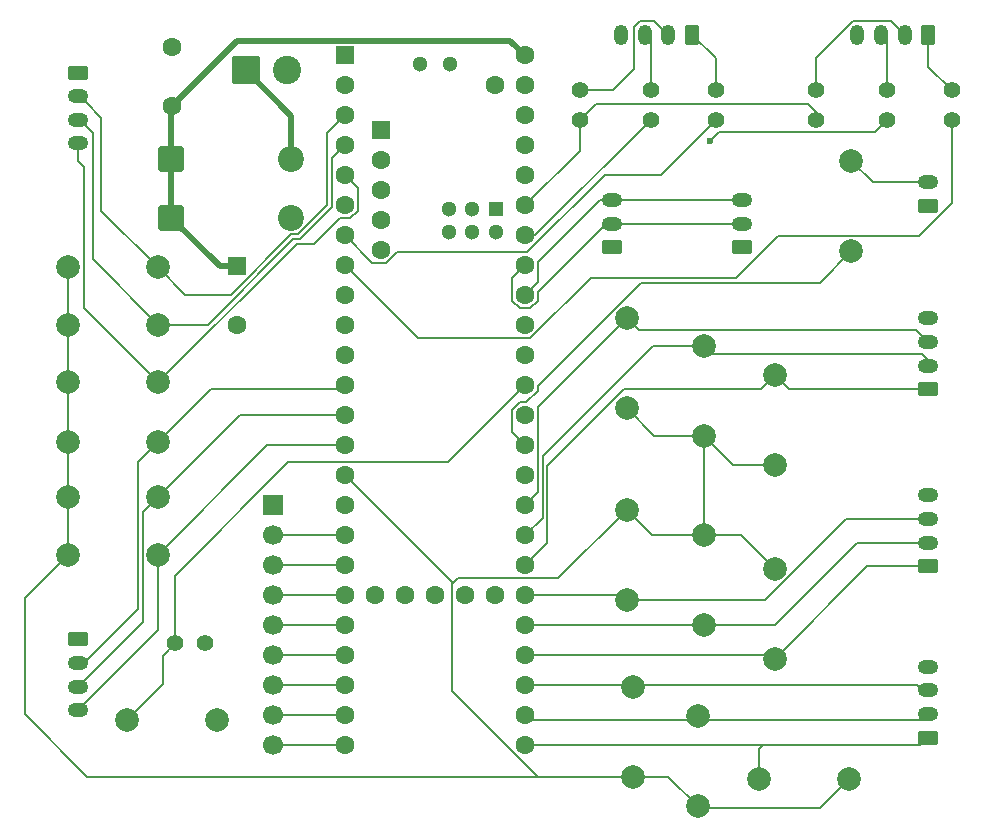
<source format=gbr>
%TF.GenerationSoftware,KiCad,Pcbnew,9.0.7*%
%TF.CreationDate,2026-01-19T21:28:55-05:00*%
%TF.ProjectId,param-eq,70617261-6d2d-4657-912e-6b696361645f,rev?*%
%TF.SameCoordinates,Original*%
%TF.FileFunction,Copper,L1,Top*%
%TF.FilePolarity,Positive*%
%FSLAX46Y46*%
G04 Gerber Fmt 4.6, Leading zero omitted, Abs format (unit mm)*
G04 Created by KiCad (PCBNEW 9.0.7) date 2026-01-19 21:28:55*
%MOMM*%
%LPD*%
G01*
G04 APERTURE LIST*
G04 Aperture macros list*
%AMRoundRect*
0 Rectangle with rounded corners*
0 $1 Rounding radius*
0 $2 $3 $4 $5 $6 $7 $8 $9 X,Y pos of 4 corners*
0 Add a 4 corners polygon primitive as box body*
4,1,4,$2,$3,$4,$5,$6,$7,$8,$9,$2,$3,0*
0 Add four circle primitives for the rounded corners*
1,1,$1+$1,$2,$3*
1,1,$1+$1,$4,$5*
1,1,$1+$1,$6,$7*
1,1,$1+$1,$8,$9*
0 Add four rect primitives between the rounded corners*
20,1,$1+$1,$2,$3,$4,$5,0*
20,1,$1+$1,$4,$5,$6,$7,0*
20,1,$1+$1,$6,$7,$8,$9,0*
20,1,$1+$1,$8,$9,$2,$3,0*%
G04 Aperture macros list end*
%TA.AperFunction,ComponentPad*%
%ADD10C,1.400000*%
%TD*%
%TA.AperFunction,ComponentPad*%
%ADD11RoundRect,0.250001X-0.949999X-0.949999X0.949999X-0.949999X0.949999X0.949999X-0.949999X0.949999X0*%
%TD*%
%TA.AperFunction,ComponentPad*%
%ADD12C,2.400000*%
%TD*%
%TA.AperFunction,ComponentPad*%
%ADD13RoundRect,0.250000X-0.625000X0.350000X-0.625000X-0.350000X0.625000X-0.350000X0.625000X0.350000X0*%
%TD*%
%TA.AperFunction,ComponentPad*%
%ADD14O,1.750000X1.200000*%
%TD*%
%TA.AperFunction,ComponentPad*%
%ADD15C,2.000000*%
%TD*%
%TA.AperFunction,ComponentPad*%
%ADD16RoundRect,0.250000X0.625000X-0.350000X0.625000X0.350000X-0.625000X0.350000X-0.625000X-0.350000X0*%
%TD*%
%TA.AperFunction,ComponentPad*%
%ADD17RoundRect,0.250000X0.350000X0.625000X-0.350000X0.625000X-0.350000X-0.625000X0.350000X-0.625000X0*%
%TD*%
%TA.AperFunction,ComponentPad*%
%ADD18O,1.200000X1.750000*%
%TD*%
%TA.AperFunction,ComponentPad*%
%ADD19RoundRect,0.249999X-0.850001X-0.850001X0.850001X-0.850001X0.850001X0.850001X-0.850001X0.850001X0*%
%TD*%
%TA.AperFunction,ComponentPad*%
%ADD20C,2.200000*%
%TD*%
%TA.AperFunction,ComponentPad*%
%ADD21RoundRect,0.250000X-0.550000X0.550000X-0.550000X-0.550000X0.550000X-0.550000X0.550000X0.550000X0*%
%TD*%
%TA.AperFunction,ComponentPad*%
%ADD22C,1.600000*%
%TD*%
%TA.AperFunction,ComponentPad*%
%ADD23R,1.600000X1.600000*%
%TD*%
%TA.AperFunction,ComponentPad*%
%ADD24R,1.300000X1.300000*%
%TD*%
%TA.AperFunction,ComponentPad*%
%ADD25C,1.300000*%
%TD*%
%TA.AperFunction,ComponentPad*%
%ADD26R,1.700000X1.700000*%
%TD*%
%TA.AperFunction,ComponentPad*%
%ADD27C,1.700000*%
%TD*%
%TA.AperFunction,ViaPad*%
%ADD28C,0.600000*%
%TD*%
%TA.AperFunction,Conductor*%
%ADD29C,0.500000*%
%TD*%
%TA.AperFunction,Conductor*%
%ADD30C,0.200000*%
%TD*%
G04 APERTURE END LIST*
D10*
%TO.P,R2,1*%
%TO.N,Net-(U1-20_A6_TX5_LRCLK1)*%
X169500000Y-58720000D03*
%TO.P,R2,2*%
%TO.N,/LRCLK_I*%
X169500000Y-56180000D03*
%TD*%
D11*
%TO.P,J1,1,Pin_1*%
%TO.N,/+5V*%
X115250000Y-54500000D03*
D12*
%TO.P,J1,2,Pin_2*%
%TO.N,GND*%
X118750000Y-54500000D03*
%TD*%
D13*
%TO.P,J8,1,Pin_1*%
%TO.N,GND*%
X101000000Y-102690000D03*
D14*
%TO.P,J8,2,Pin_2*%
%TO.N,/SPBTN*%
X101000000Y-104690000D03*
%TO.P,J8,3,Pin_3*%
%TO.N,/SP_A*%
X101000000Y-106690000D03*
%TO.P,J8,4,Pin_4*%
%TO.N,/SP_B*%
X101000000Y-108690000D03*
%TD*%
D15*
%TO.P,R19,1*%
%TO.N,/QBTN*%
X147500000Y-75500000D03*
%TO.P,R19,2*%
%TO.N,+3.3V*%
X147500000Y-83120000D03*
%TD*%
D16*
%TO.P,J9,1,Pin_1*%
%TO.N,GND*%
X173000000Y-66000000D03*
D14*
%TO.P,J9,2,Pin_2*%
%TO.N,/CLIP*%
X173000000Y-64000000D03*
%TD*%
D17*
%TO.P,J2,1,Pin_1*%
%TO.N,/DATA_I*%
X173000000Y-51500000D03*
D18*
%TO.P,J2,2,Pin_2*%
%TO.N,/BCLK_I*%
X171000000Y-51500000D03*
%TO.P,J2,3,Pin_3*%
%TO.N,/LRCLK_I*%
X169000000Y-51500000D03*
%TO.P,J2,4,Pin_4*%
%TO.N,GND*%
X167000000Y-51500000D03*
%TD*%
D15*
%TO.P,R17,1*%
%TO.N,/FG_A*%
X154000000Y-101430000D03*
%TO.P,R17,2*%
%TO.N,+3.3V*%
X154000000Y-93810000D03*
%TD*%
%TO.P,R18,1*%
%TO.N,/Q_B*%
X160000000Y-80310000D03*
%TO.P,R18,2*%
%TO.N,+3.3V*%
X160000000Y-87930000D03*
%TD*%
D19*
%TO.P,D2,1,K*%
%TO.N,Net-(D1-K)*%
X108920000Y-67000000D03*
D20*
%TO.P,D2,2,A*%
%TO.N,GND*%
X119080000Y-67000000D03*
%TD*%
D21*
%TO.P,C2,1*%
%TO.N,Net-(D1-K)*%
X114500000Y-71097349D03*
D22*
%TO.P,C2,2*%
%TO.N,GND*%
X114500000Y-76097349D03*
%TD*%
D15*
%TO.P,R20,1*%
%TO.N,/FC_A*%
X153500000Y-109190000D03*
%TO.P,R20,2*%
%TO.N,+3.3V*%
X153500000Y-116810000D03*
%TD*%
D16*
%TO.P,J13,1,Pin_1*%
%TO.N,/FC_B*%
X173000000Y-111000000D03*
D14*
%TO.P,J13,2,Pin_2*%
%TO.N,/FC_A*%
X173000000Y-109000000D03*
%TO.P,J13,3,Pin_3*%
%TO.N,/FCBTN*%
X173000000Y-107000000D03*
%TO.P,J13,4,Pin_4*%
%TO.N,GND*%
X173000000Y-105000000D03*
%TD*%
D23*
%TO.P,U1,1,GND*%
%TO.N,GND*%
X123620000Y-53240000D03*
D22*
%TO.P,U1,2,0_RX1_CRX2_CS1*%
%TO.N,unconnected-(U1-0_RX1_CRX2_CS1-Pad2)*%
X123620000Y-55780000D03*
%TO.P,U1,3,1_TX1_CTX2_MISO1*%
%TO.N,/MGBTN*%
X123620000Y-58320000D03*
%TO.P,U1,4,2_OUT2*%
%TO.N,/MG_A*%
X123620000Y-60860000D03*
%TO.P,U1,5,3_LRCLK2*%
%TO.N,/MG_B*%
X123620000Y-63400000D03*
%TO.P,U1,6,4_BCLK2*%
%TO.N,unconnected-(U1-4_BCLK2-Pad6)*%
X123620000Y-65940000D03*
%TO.P,U1,7,5_IN2*%
%TO.N,Net-(U1-5_IN2)*%
X123620000Y-68480000D03*
%TO.P,U1,8,6_OUT1D*%
%TO.N,Net-(U1-6_OUT1D)*%
X123620000Y-71020000D03*
%TO.P,U1,9,7_RX2_OUT1A*%
%TO.N,unconnected-(U1-7_RX2_OUT1A-Pad9)*%
X123620000Y-73560000D03*
%TO.P,U1,10,8_TX2_IN1*%
%TO.N,unconnected-(U1-8_TX2_IN1-Pad10)*%
X123620000Y-76100000D03*
%TO.P,U1,11,9_OUT1C*%
%TO.N,unconnected-(U1-9_OUT1C-Pad11)*%
X123620000Y-78640000D03*
%TO.P,U1,12,10_CS_MQSR*%
%TO.N,/SPBTN*%
X123620000Y-81180000D03*
%TO.P,U1,13,11_MOSI_CTX1*%
%TO.N,/SP_A*%
X123620000Y-83720000D03*
%TO.P,U1,14,12_MISO_MQSL*%
%TO.N,/SP_B*%
X123620000Y-86260000D03*
%TO.P,U1,15,3V3*%
%TO.N,+3.3V*%
X123620000Y-88800000D03*
%TO.P,U1,16,24_A10_TX6_SCL2*%
%TO.N,unconnected-(U1-24_A10_TX6_SCL2-Pad16)*%
X123620000Y-91340000D03*
%TO.P,U1,17,25_A11_RX6_SDA2*%
%TO.N,/GPIO1*%
X123620000Y-93880000D03*
%TO.P,U1,18,26_A12_MOSI1*%
%TO.N,/GPIO2*%
X123620000Y-96420000D03*
%TO.P,U1,19,27_A13_SCK1*%
%TO.N,/GPIO3*%
X123620000Y-98960000D03*
%TO.P,U1,20,28_RX7*%
%TO.N,/GPIO4*%
X123620000Y-101500000D03*
%TO.P,U1,21,29_TX7*%
%TO.N,/GPIO5*%
X123620000Y-104040000D03*
%TO.P,U1,22,30_CRX3*%
%TO.N,/GPIO6*%
X123620000Y-106580000D03*
%TO.P,U1,23,31_CTX3*%
%TO.N,/GPIO7*%
X123620000Y-109120000D03*
%TO.P,U1,24,32_OUT1B*%
%TO.N,/GPIO8*%
X123620000Y-111660000D03*
%TO.P,U1,25,33_MCLK2*%
%TO.N,/FC_B*%
X138860000Y-111660000D03*
%TO.P,U1,26,34_RX8*%
%TO.N,/FC_A*%
X138860000Y-109120000D03*
%TO.P,U1,27,35_TX8*%
%TO.N,/FCBTN*%
X138860000Y-106580000D03*
%TO.P,U1,28,36_CS*%
%TO.N,/FG*%
X138860000Y-104040000D03*
%TO.P,U1,29,37_CS*%
%TO.N,/FG_A*%
X138860000Y-101500000D03*
%TO.P,U1,30,38_CS1_IN1*%
%TO.N,/FGBTN*%
X138860000Y-98960000D03*
%TO.P,U1,31,39_MISO1_OUT1A*%
%TO.N,/Q_B*%
X138860000Y-96420000D03*
%TO.P,U1,32,40_A16*%
%TO.N,/Q_A*%
X138860000Y-93880000D03*
%TO.P,U1,33,41_A17*%
%TO.N,/QBTN*%
X138860000Y-91340000D03*
%TO.P,U1,34,GND*%
%TO.N,GND*%
X138860000Y-88800000D03*
%TO.P,U1,35,13_SCK_LED*%
%TO.N,Net-(U1-13_SCK_LED)*%
X138860000Y-86260000D03*
%TO.P,U1,36,14_A0_TX3_SPDIF_OUT*%
%TO.N,unconnected-(U1-14_A0_TX3_SPDIF_OUT-Pad36)*%
X138860000Y-83720000D03*
%TO.P,U1,37,15_A1_RX3_SPDIF_IN*%
%TO.N,Net-(J7-In)*%
X138860000Y-81180000D03*
%TO.P,U1,38,16_A2_RX4_SCL1*%
%TO.N,unconnected-(U1-16_A2_RX4_SCL1-Pad38)*%
X138860000Y-78640000D03*
%TO.P,U1,39,17_A3_TX4_SDA1*%
%TO.N,unconnected-(U1-17_A3_TX4_SDA1-Pad39)*%
X138860000Y-76100000D03*
%TO.P,U1,40,18_A4_SDA*%
%TO.N,/SDA*%
X138860000Y-73560000D03*
%TO.P,U1,41,19_A5_SCL*%
%TO.N,/SCL*%
X138860000Y-71020000D03*
%TO.P,U1,42,20_A6_TX5_LRCLK1*%
%TO.N,Net-(U1-20_A6_TX5_LRCLK1)*%
X138860000Y-68480000D03*
%TO.P,U1,43,21_A7_RX5_BCLK1*%
%TO.N,Net-(U1-21_A7_RX5_BCLK1)*%
X138860000Y-65940000D03*
%TO.P,U1,44,22_A8_CTX1*%
%TO.N,unconnected-(U1-22_A8_CTX1-Pad44)*%
X138860000Y-63400000D03*
%TO.P,U1,45,23_A9_CRX1_MCLK1*%
%TO.N,unconnected-(U1-23_A9_CRX1_MCLK1-Pad45)*%
X138860000Y-60860000D03*
%TO.P,U1,46,3V3*%
%TO.N,unconnected-(U1-3V3-Pad46)*%
X138860000Y-58320000D03*
%TO.P,U1,47,GND*%
%TO.N,GND*%
X138860000Y-55780000D03*
%TO.P,U1,48,VIN*%
%TO.N,Net-(D1-K)*%
X138860000Y-53240000D03*
%TO.P,U1,49,VUSB*%
%TO.N,unconnected-(U1-VUSB-Pad49)*%
X136320000Y-55780000D03*
%TO.P,U1,50,VBAT*%
%TO.N,unconnected-(U1-VBAT-Pad50)*%
X126160000Y-98960000D03*
%TO.P,U1,51,3V3*%
%TO.N,unconnected-(U1-3V3-Pad51)*%
X128700000Y-98960000D03*
%TO.P,U1,52,GND*%
%TO.N,unconnected-(U1-GND-Pad52)*%
X131240000Y-98960000D03*
%TO.P,U1,53,PROGRAM*%
%TO.N,unconnected-(U1-PROGRAM-Pad53)*%
X133780000Y-98960000D03*
%TO.P,U1,54,ON_OFF*%
%TO.N,unconnected-(U1-ON_OFF-Pad54)*%
X136320000Y-98960000D03*
D23*
%TO.P,U1,55,5V*%
%TO.N,unconnected-(U1-5V-Pad55)*%
X126670800Y-59539200D03*
D22*
%TO.P,U1,56,D-*%
%TO.N,unconnected-(U1-D--Pad56)*%
X126670800Y-62079200D03*
%TO.P,U1,57,D+*%
%TO.N,unconnected-(U1-D+-Pad57)*%
X126670800Y-64619200D03*
%TO.P,U1,58,GND*%
%TO.N,unconnected-(U1-GND-Pad58)*%
X126670800Y-67159200D03*
%TO.P,U1,59,GND*%
%TO.N,unconnected-(U1-GND-Pad59)*%
X126670800Y-69699200D03*
D24*
%TO.P,U1,60,R+*%
%TO.N,unconnected-(U1-R+-Pad60)*%
X136421600Y-66210000D03*
D25*
%TO.P,U1,61,LED*%
%TO.N,unconnected-(U1-LED-Pad61)*%
X134421600Y-66210000D03*
%TO.P,U1,62,T-*%
%TO.N,unconnected-(U1-T--Pad62)*%
X132421600Y-66210000D03*
%TO.P,U1,63,T+*%
%TO.N,unconnected-(U1-T+-Pad63)*%
X132421600Y-68210000D03*
%TO.P,U1,64,GND*%
%TO.N,unconnected-(U1-GND-Pad64)*%
X134421600Y-68210000D03*
%TO.P,U1,65,R-*%
%TO.N,unconnected-(U1-R--Pad65)*%
X136421600Y-68210000D03*
%TO.P,U1,66,D-*%
%TO.N,unconnected-(U1-D--Pad66)*%
X132510000Y-53970000D03*
%TO.P,U1,67,D+*%
%TO.N,unconnected-(U1-D+-Pad67)*%
X129970000Y-53970000D03*
%TD*%
D15*
%TO.P,R10,1*%
%TO.N,Net-(J7-In)*%
X105190000Y-109500000D03*
%TO.P,R10,2*%
%TO.N,GND*%
X112810000Y-109500000D03*
%TD*%
%TO.P,R13,1*%
%TO.N,+3.3V*%
X100190000Y-86000000D03*
%TO.P,R13,2*%
%TO.N,/SPBTN*%
X107810000Y-86000000D03*
%TD*%
D10*
%TO.P,R3,1*%
%TO.N,Net-(U1-6_OUT1D)*%
X175000000Y-58720000D03*
%TO.P,R3,2*%
%TO.N,/DATA_I*%
X175000000Y-56180000D03*
%TD*%
D15*
%TO.P,R14,1*%
%TO.N,Net-(U1-13_SCK_LED)*%
X166500000Y-69810000D03*
%TO.P,R14,2*%
%TO.N,/CLIP*%
X166500000Y-62190000D03*
%TD*%
D16*
%TO.P,J10,1,Pin_1*%
%TO.N,/Q_B*%
X173000000Y-81500000D03*
D14*
%TO.P,J10,2,Pin_2*%
%TO.N,/Q_A*%
X173000000Y-79500000D03*
%TO.P,J10,3,Pin_3*%
%TO.N,/QBTN*%
X173000000Y-77500000D03*
%TO.P,J10,4,Pin_4*%
%TO.N,GND*%
X173000000Y-75500000D03*
%TD*%
D10*
%TO.P,J7,1,In*%
%TO.N,Net-(J7-In)*%
X109250000Y-103000000D03*
%TO.P,J7,2,Ext*%
%TO.N,GND*%
X111790000Y-103000000D03*
%TD*%
D15*
%TO.P,R11,1*%
%TO.N,+3.3V*%
X100190000Y-95500000D03*
%TO.P,R11,2*%
%TO.N,/SP_B*%
X107810000Y-95500000D03*
%TD*%
%TO.P,R15,1*%
%TO.N,/FC_B*%
X158690000Y-114500000D03*
%TO.P,R15,2*%
%TO.N,+3.3V*%
X166310000Y-114500000D03*
%TD*%
D13*
%TO.P,J3,1,Pin_1*%
%TO.N,GND*%
X101000000Y-54690000D03*
D14*
%TO.P,J3,2,Pin_2*%
%TO.N,/MGBTN*%
X101000000Y-56690000D03*
%TO.P,J3,3,Pin_3*%
%TO.N,/MG_A*%
X101000000Y-58690000D03*
%TO.P,J3,4,Pin_4*%
%TO.N,/MG_B*%
X101000000Y-60690000D03*
%TD*%
D22*
%TO.P,C1,1*%
%TO.N,Net-(D1-K)*%
X109000000Y-57500000D03*
%TO.P,C1,2*%
%TO.N,GND*%
X109000000Y-52500000D03*
%TD*%
D10*
%TO.P,R4,1*%
%TO.N,Net-(U1-21_A7_RX5_BCLK1)*%
X143500000Y-58720000D03*
%TO.P,R4,2*%
%TO.N,/BCLK_O*%
X143500000Y-56180000D03*
%TD*%
D15*
%TO.P,R12,1*%
%TO.N,+3.3V*%
X100190000Y-90638000D03*
%TO.P,R12,2*%
%TO.N,/SP_A*%
X107810000Y-90638000D03*
%TD*%
D16*
%TO.P,J6,1,Pin_1*%
%TO.N,GND*%
X157200000Y-69500000D03*
D14*
%TO.P,J6,2,Pin_2*%
%TO.N,/SCL*%
X157200000Y-67500000D03*
%TO.P,J6,3,Pin_3*%
%TO.N,/SDA*%
X157200000Y-65500000D03*
%TD*%
D15*
%TO.P,R6,1*%
%TO.N,/MGBTN*%
X107810000Y-71190000D03*
%TO.P,R6,2*%
%TO.N,+3.3V*%
X100190000Y-71190000D03*
%TD*%
D16*
%TO.P,J12,1,Pin_1*%
%TO.N,/FG*%
X173000000Y-96500000D03*
D14*
%TO.P,J12,2,Pin_2*%
%TO.N,/FG_A*%
X173000000Y-94500000D03*
%TO.P,J12,3,Pin_3*%
%TO.N,/FGBTN*%
X173000000Y-92500000D03*
%TO.P,J12,4,Pin_4*%
%TO.N,GND*%
X173000000Y-90500000D03*
%TD*%
D19*
%TO.P,D1,1,K*%
%TO.N,Net-(D1-K)*%
X108920000Y-62000000D03*
D20*
%TO.P,D1,2,A*%
%TO.N,/+5V*%
X119080000Y-62000000D03*
%TD*%
D15*
%TO.P,R16,1*%
%TO.N,/FCBTN*%
X148000000Y-106690000D03*
%TO.P,R16,2*%
%TO.N,+3.3V*%
X148000000Y-114310000D03*
%TD*%
%TO.P,R8,1*%
%TO.N,/MG_B*%
X107810000Y-80914000D03*
%TO.P,R8,2*%
%TO.N,+3.3V*%
X100190000Y-80914000D03*
%TD*%
D10*
%TO.P,R5,1*%
%TO.N,Net-(U1-20_A6_TX5_LRCLK1)*%
X149500000Y-58720000D03*
%TO.P,R5,2*%
%TO.N,/LRCLK_O*%
X149500000Y-56180000D03*
%TD*%
D26*
%TO.P,J11,1,Pin_1*%
%TO.N,GND*%
X117500000Y-91340000D03*
D27*
%TO.P,J11,2,Pin_2*%
%TO.N,/GPIO1*%
X117500000Y-93880000D03*
%TO.P,J11,3,Pin_3*%
%TO.N,/GPIO2*%
X117500000Y-96420000D03*
%TO.P,J11,4,Pin_4*%
%TO.N,/GPIO3*%
X117500000Y-98960000D03*
%TO.P,J11,5,Pin_5*%
%TO.N,/GPIO4*%
X117500000Y-101500000D03*
%TO.P,J11,6,Pin_6*%
%TO.N,/GPIO5*%
X117500000Y-104040000D03*
%TO.P,J11,7,Pin_7*%
%TO.N,/GPIO6*%
X117500000Y-106580000D03*
%TO.P,J11,8,Pin_8*%
%TO.N,/GPIO7*%
X117500000Y-109120000D03*
%TO.P,J11,9,Pin_9*%
%TO.N,/GPIO8*%
X117500000Y-111660000D03*
%TD*%
D17*
%TO.P,J4,1,Pin_1*%
%TO.N,/DATA_O*%
X153000000Y-51500000D03*
D18*
%TO.P,J4,2,Pin_2*%
%TO.N,/BCLK_O*%
X151000000Y-51500000D03*
%TO.P,J4,3,Pin_3*%
%TO.N,/LRCLK_O*%
X149000000Y-51500000D03*
%TO.P,J4,4,Pin_4*%
%TO.N,GND*%
X147000000Y-51500000D03*
%TD*%
D15*
%TO.P,R22,1*%
%TO.N,/FGBTN*%
X147500000Y-99310000D03*
%TO.P,R22,2*%
%TO.N,+3.3V*%
X147500000Y-91690000D03*
%TD*%
D10*
%TO.P,R9,1*%
%TO.N,Net-(U1-5_IN2)*%
X155000000Y-58720000D03*
%TO.P,R9,2*%
%TO.N,/DATA_O*%
X155000000Y-56180000D03*
%TD*%
%TO.P,R1,1*%
%TO.N,Net-(U1-21_A7_RX5_BCLK1)*%
X163500000Y-58720000D03*
%TO.P,R1,2*%
%TO.N,/BCLK_I*%
X163500000Y-56180000D03*
%TD*%
D16*
%TO.P,J5,1,Pin_1*%
%TO.N,GND*%
X146200000Y-69500000D03*
D14*
%TO.P,J5,2,Pin_2*%
%TO.N,/SCL*%
X146200000Y-67500000D03*
%TO.P,J5,3,Pin_3*%
%TO.N,/SDA*%
X146200000Y-65500000D03*
%TD*%
D15*
%TO.P,R23,1*%
%TO.N,/Q_A*%
X154000000Y-77810000D03*
%TO.P,R23,2*%
%TO.N,+3.3V*%
X154000000Y-85430000D03*
%TD*%
%TO.P,R7,1*%
%TO.N,/MG_A*%
X107810000Y-76052000D03*
%TO.P,R7,2*%
%TO.N,+3.3V*%
X100190000Y-76052000D03*
%TD*%
%TO.P,R21,1*%
%TO.N,/FG*%
X160000000Y-104310000D03*
%TO.P,R21,2*%
%TO.N,+3.3V*%
X160000000Y-96690000D03*
%TD*%
D28*
%TO.N,Net-(U1-20_A6_TX5_LRCLK1)*%
X154500000Y-60500000D03*
%TD*%
D29*
%TO.N,/+5V*%
X119080000Y-58330000D02*
X115250000Y-54500000D01*
X119080000Y-62000000D02*
X119080000Y-58330000D01*
%TO.N,Net-(D1-K)*%
X114511000Y-51989000D02*
X137609000Y-51989000D01*
X137609000Y-51989000D02*
X138860000Y-53240000D01*
X108920000Y-57580000D02*
X109000000Y-57500000D01*
X108920000Y-62000000D02*
X108920000Y-57580000D01*
X109000000Y-57500000D02*
X114511000Y-51989000D01*
X113017349Y-71097349D02*
X108920000Y-67000000D01*
X108920000Y-67000000D02*
X108920000Y-62000000D01*
X114500000Y-71097349D02*
X113017349Y-71097349D01*
D30*
%TO.N,+3.3V*%
X153500000Y-116810000D02*
X153690000Y-117000000D01*
X132679000Y-107036050D02*
X139952950Y-114310000D01*
X96500000Y-99190000D02*
X96500000Y-109000000D01*
X157120000Y-93810000D02*
X154000000Y-93810000D01*
X154000000Y-85430000D02*
X156500000Y-87930000D01*
X163810000Y-117000000D02*
X166310000Y-114500000D01*
X132679000Y-98000000D02*
X132679000Y-107036050D01*
X154000000Y-85430000D02*
X154000000Y-93810000D01*
X148000000Y-114310000D02*
X151000000Y-114310000D01*
X151000000Y-114310000D02*
X153500000Y-116810000D01*
X132679000Y-97859000D02*
X132679000Y-98000000D01*
X100190000Y-95500000D02*
X96500000Y-99190000D01*
X139952950Y-114310000D02*
X148000000Y-114310000D01*
X149810000Y-85430000D02*
X147500000Y-83120000D01*
X154000000Y-85430000D02*
X149810000Y-85430000D01*
X133158000Y-97521000D02*
X132679000Y-98000000D01*
X156500000Y-87930000D02*
X160000000Y-87930000D01*
X101810000Y-114310000D02*
X139952950Y-114310000D01*
X141669000Y-97521000D02*
X133158000Y-97521000D01*
X123620000Y-88800000D02*
X132679000Y-97859000D01*
X160000000Y-96690000D02*
X157120000Y-93810000D01*
X100190000Y-71190000D02*
X100190000Y-95500000D01*
X153690000Y-117000000D02*
X163810000Y-117000000D01*
X149620000Y-93810000D02*
X154000000Y-93810000D01*
X147500000Y-91690000D02*
X149620000Y-93810000D01*
X96500000Y-109000000D02*
X101810000Y-114310000D01*
X147500000Y-91690000D02*
X141669000Y-97521000D01*
%TO.N,/SP_B*%
X101000000Y-108690000D02*
X107810000Y-101880000D01*
X117050000Y-86260000D02*
X123620000Y-86260000D01*
X107810000Y-95500000D02*
X117050000Y-86260000D01*
X107810000Y-101880000D02*
X107810000Y-95500000D01*
%TO.N,/SP_A*%
X107810000Y-90638000D02*
X114728000Y-83720000D01*
X114728000Y-83720000D02*
X123620000Y-83720000D01*
X106509000Y-101181000D02*
X106509000Y-91939000D01*
X106509000Y-91939000D02*
X107810000Y-90638000D01*
X101000000Y-106690000D02*
X106509000Y-101181000D01*
%TO.N,/SPBTN*%
X123300000Y-81500000D02*
X123620000Y-81180000D01*
X106108000Y-100082000D02*
X106108000Y-87702000D01*
X101000000Y-105190000D02*
X106108000Y-100082000D01*
X112310000Y-81500000D02*
X123300000Y-81500000D01*
X106108000Y-87702000D02*
X107810000Y-86000000D01*
X107810000Y-86000000D02*
X112310000Y-81500000D01*
%TO.N,/Q_B*%
X140763000Y-88017108D02*
X140763000Y-94517000D01*
X140763000Y-94517000D02*
X138860000Y-96420000D01*
X161190000Y-81500000D02*
X173000000Y-81500000D01*
X158810000Y-81500000D02*
X147280108Y-81500000D01*
X147280108Y-81500000D02*
X140763000Y-88017108D01*
X160000000Y-80310000D02*
X161190000Y-81500000D01*
X160000000Y-80310000D02*
X158810000Y-81500000D01*
%TO.N,Net-(U1-13_SCK_LED)*%
X138403950Y-82619000D02*
X138978050Y-82619000D01*
X138860000Y-86260000D02*
X137759000Y-85159000D01*
X137759000Y-83263950D02*
X138403950Y-82619000D01*
X148660108Y-72500000D02*
X163810000Y-72500000D01*
X139961000Y-81199108D02*
X148660108Y-72500000D01*
X137759000Y-85159000D02*
X137759000Y-83263950D01*
X163810000Y-72500000D02*
X166500000Y-69810000D01*
X138978050Y-82619000D02*
X139961000Y-81636050D01*
X139961000Y-81636050D02*
X139961000Y-81199108D01*
%TO.N,/CLIP*%
X172500000Y-64000000D02*
X168310000Y-64000000D01*
X168310000Y-64000000D02*
X166500000Y-62190000D01*
%TO.N,/FC_B*%
X158690000Y-111970000D02*
X159000000Y-111660000D01*
X138860000Y-111660000D02*
X159000000Y-111660000D01*
X159000000Y-111660000D02*
X172340000Y-111660000D01*
X172340000Y-111660000D02*
X173000000Y-111000000D01*
X158690000Y-114500000D02*
X158690000Y-111970000D01*
%TO.N,/FC_A*%
X172500000Y-109500000D02*
X173000000Y-109000000D01*
X139240000Y-109500000D02*
X172500000Y-109500000D01*
X138860000Y-109120000D02*
X139240000Y-109500000D01*
%TO.N,/FCBTN*%
X172080000Y-106580000D02*
X173000000Y-107500000D01*
X138860000Y-106580000D02*
X172080000Y-106580000D01*
%TO.N,/FG*%
X138860000Y-104040000D02*
X159730000Y-104040000D01*
X160000000Y-104310000D02*
X167810000Y-96500000D01*
X159730000Y-104040000D02*
X160000000Y-104310000D01*
X167810000Y-96500000D02*
X173000000Y-96500000D01*
%TO.N,/FG_A*%
X138860000Y-101500000D02*
X153930000Y-101500000D01*
X167000000Y-94500000D02*
X172500000Y-94500000D01*
X154000000Y-101430000D02*
X160070000Y-101430000D01*
X160070000Y-101430000D02*
X167000000Y-94500000D01*
X172500000Y-94500000D02*
X173000000Y-94000000D01*
X153930000Y-101500000D02*
X154000000Y-101430000D01*
%TO.N,/FGBTN*%
X166029892Y-92500000D02*
X173000000Y-92500000D01*
X147500000Y-99310000D02*
X159219892Y-99310000D01*
X159219892Y-99310000D02*
X166029892Y-92500000D01*
X138860000Y-98960000D02*
X147150000Y-98960000D01*
X147150000Y-98960000D02*
X147500000Y-99310000D01*
%TO.N,/Q_A*%
X140362000Y-87138000D02*
X140362000Y-92378000D01*
X149690000Y-77810000D02*
X140362000Y-87138000D01*
X140362000Y-92378000D02*
X138860000Y-93880000D01*
X172500000Y-78500000D02*
X173000000Y-79000000D01*
X154690000Y-78500000D02*
X172500000Y-78500000D01*
X154000000Y-77810000D02*
X149690000Y-77810000D01*
X154000000Y-77810000D02*
X154690000Y-78500000D01*
%TO.N,/QBTN*%
X147500000Y-75500000D02*
X148500000Y-76500000D01*
X172000000Y-76500000D02*
X173000000Y-77500000D01*
X148500000Y-76500000D02*
X172000000Y-76500000D01*
X147500000Y-75500000D02*
X139961000Y-83039000D01*
X139961000Y-83039000D02*
X139961000Y-90239000D01*
X139961000Y-90239000D02*
X138860000Y-91340000D01*
%TO.N,/MGBTN*%
X107810000Y-71190000D02*
X103000000Y-66380000D01*
X119094214Y-68400000D02*
X119659899Y-68400000D01*
X122119000Y-65940899D02*
X122119000Y-59821000D01*
X101690000Y-57190000D02*
X101000000Y-57190000D01*
X122119000Y-59821000D02*
X123620000Y-58320000D01*
X110117107Y-73497107D02*
X113997107Y-73497107D01*
X119659899Y-68400000D02*
X122119000Y-65940899D01*
X107810000Y-71190000D02*
X110117107Y-73497107D01*
X103000000Y-66380000D02*
X103000000Y-58500000D01*
X113997107Y-73497107D02*
X119094214Y-68400000D01*
X103000000Y-58500000D02*
X101690000Y-57190000D01*
%TO.N,/MG_A*%
X122519000Y-66106584D02*
X122519000Y-61961000D01*
X119264686Y-68801000D02*
X119824584Y-68801000D01*
X122519000Y-61961000D02*
X123620000Y-60860000D01*
X112013686Y-76052000D02*
X119264686Y-68801000D01*
X107810000Y-76052000D02*
X102276000Y-70518000D01*
X107810000Y-76052000D02*
X112013686Y-76052000D01*
X102276000Y-70518000D02*
X102276000Y-59776000D01*
X101190000Y-58690000D02*
X101000000Y-58690000D01*
X119824584Y-68801000D02*
X122519000Y-66106584D01*
X102276000Y-59776000D02*
X101190000Y-58690000D01*
%TO.N,/MG_B*%
X121003950Y-69201000D02*
X123163950Y-67041000D01*
X101491000Y-62681000D02*
X101000000Y-62190000D01*
X119523000Y-69201000D02*
X121003950Y-69201000D01*
X101000000Y-62190000D02*
X101000000Y-60690000D01*
X107810000Y-80914000D02*
X119523000Y-69201000D01*
X123163950Y-67041000D02*
X124076050Y-67041000D01*
X107810000Y-80914000D02*
X101491000Y-74595000D01*
X124721000Y-64501000D02*
X123620000Y-63400000D01*
X124076050Y-67041000D02*
X124721000Y-66396050D01*
X101491000Y-74595000D02*
X101491000Y-62681000D01*
X124721000Y-66396050D02*
X124721000Y-64501000D01*
%TO.N,Net-(U1-20_A6_TX5_LRCLK1)*%
X169500000Y-58720000D02*
X168499000Y-59721000D01*
X168499000Y-59721000D02*
X155279000Y-59721000D01*
X139740000Y-68480000D02*
X138860000Y-68480000D01*
X149500000Y-58720000D02*
X139740000Y-68480000D01*
X155279000Y-59721000D02*
X154500000Y-60500000D01*
%TO.N,/LRCLK_O*%
X149500000Y-52000000D02*
X149000000Y-51500000D01*
X149500000Y-56180000D02*
X149500000Y-52000000D01*
%TO.N,/BCLK_O*%
X149824000Y-50324000D02*
X151000000Y-51500000D01*
X148099000Y-50851794D02*
X148626794Y-50324000D01*
X146320000Y-56180000D02*
X148099000Y-54401000D01*
X148099000Y-54401000D02*
X148099000Y-50851794D01*
X148626794Y-50324000D02*
X149824000Y-50324000D01*
X143500000Y-56180000D02*
X146320000Y-56180000D01*
%TO.N,/BCLK_I*%
X169824000Y-50324000D02*
X171000000Y-51500000D01*
X163500000Y-56180000D02*
X163500000Y-53450794D01*
X163500000Y-53450794D02*
X166626794Y-50324000D01*
X166626794Y-50324000D02*
X169824000Y-50324000D01*
%TO.N,Net-(U1-5_IN2)*%
X145598240Y-63349000D02*
X139028240Y-69919000D01*
X127126850Y-70800200D02*
X125940200Y-70800200D01*
X150371000Y-63349000D02*
X145598240Y-63349000D01*
X125940200Y-70800200D02*
X123620000Y-68480000D01*
X128008050Y-69919000D02*
X127126850Y-70800200D01*
X139028240Y-69919000D02*
X128008050Y-69919000D01*
X155000000Y-58720000D02*
X150371000Y-63349000D01*
%TO.N,/DATA_O*%
X155000000Y-53500000D02*
X153000000Y-51500000D01*
X155000000Y-56180000D02*
X155000000Y-53500000D01*
%TO.N,Net-(U1-6_OUT1D)*%
X123620000Y-71020000D02*
X129801000Y-77201000D01*
X129801000Y-77201000D02*
X139316050Y-77201000D01*
X144418050Y-72099000D02*
X156712160Y-72099000D01*
X160311160Y-68500000D02*
X172261160Y-68500000D01*
X175000000Y-65761160D02*
X175000000Y-58720000D01*
X139316050Y-77201000D02*
X144418050Y-72099000D01*
X156712160Y-72099000D02*
X160311160Y-68500000D01*
X172261160Y-68500000D02*
X175000000Y-65761160D01*
%TO.N,/DATA_I*%
X173000000Y-54180000D02*
X175000000Y-56180000D01*
X173000000Y-51500000D02*
X173000000Y-54180000D01*
%TO.N,/LRCLK_I*%
X169500000Y-56180000D02*
X169500000Y-52000000D01*
X169500000Y-52000000D02*
X169000000Y-51500000D01*
%TO.N,/GPIO4*%
X123620000Y-101500000D02*
X117500000Y-101500000D01*
%TO.N,/GPIO6*%
X123620000Y-106580000D02*
X117500000Y-106580000D01*
%TO.N,/GPIO8*%
X123620000Y-111660000D02*
X117500000Y-111660000D01*
%TO.N,/GPIO2*%
X123620000Y-96420000D02*
X117500000Y-96420000D01*
%TO.N,/GPIO1*%
X117500000Y-93880000D02*
X123620000Y-93880000D01*
%TO.N,/SDA*%
X139961000Y-72459000D02*
X139961000Y-70739000D01*
X138860000Y-73560000D02*
X139961000Y-72459000D01*
X139961000Y-70739000D02*
X145200000Y-65500000D01*
X145200000Y-65500000D02*
X157200000Y-65500000D01*
%TO.N,/SCL*%
X139961000Y-73239000D02*
X145700000Y-67500000D01*
X138860000Y-71020000D02*
X137759000Y-72121000D01*
X137759000Y-72121000D02*
X137759000Y-74016050D01*
X139316050Y-74661000D02*
X139961000Y-74016050D01*
X138403950Y-74661000D02*
X139316050Y-74661000D01*
X137759000Y-74016050D02*
X138403950Y-74661000D01*
X156700000Y-67500000D02*
X157200000Y-67000000D01*
X139961000Y-74016050D02*
X139961000Y-73239000D01*
X145700000Y-67500000D02*
X156700000Y-67500000D01*
%TO.N,/GPIO7*%
X117500000Y-109120000D02*
X123620000Y-109120000D01*
%TO.N,/GPIO3*%
X117500000Y-98960000D02*
X123620000Y-98960000D01*
%TO.N,/GPIO5*%
X117500000Y-104040000D02*
X123620000Y-104040000D01*
%TO.N,Net-(U1-21_A7_RX5_BCLK1)*%
X144880000Y-57340000D02*
X143500000Y-58720000D01*
X163500000Y-58040000D02*
X162800000Y-57340000D01*
X162800000Y-57340000D02*
X144880000Y-57340000D01*
X143500000Y-58720000D02*
X143500000Y-61300000D01*
X143500000Y-61300000D02*
X138860000Y-65940000D01*
%TO.N,Net-(J7-In)*%
X108190000Y-106500000D02*
X108190000Y-104060000D01*
X118839000Y-87699000D02*
X132341000Y-87699000D01*
X108190000Y-104060000D02*
X109250000Y-103000000D01*
X109250000Y-97288000D02*
X118839000Y-87699000D01*
X105190000Y-109500000D02*
X108190000Y-106500000D01*
X109250000Y-103000000D02*
X109250000Y-97288000D01*
X132341000Y-87699000D02*
X138860000Y-81180000D01*
%TD*%
M02*

</source>
